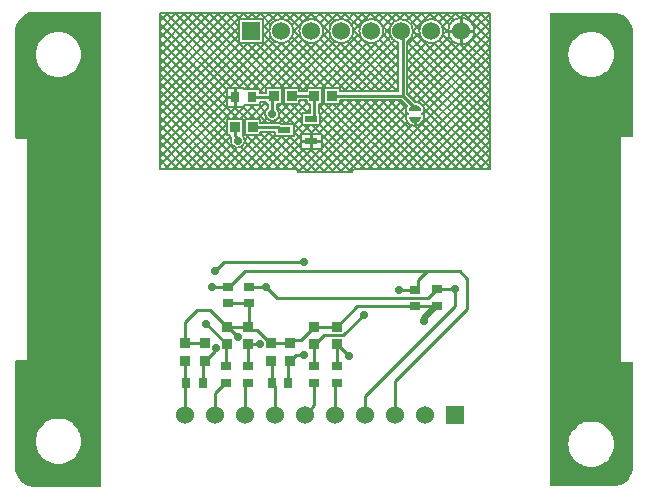
<source format=gbl>
G04*
G04 #@! TF.GenerationSoftware,Altium Limited,Altium Designer,20.2.6 (244)*
G04*
G04 Layer_Physical_Order=2*
G04 Layer_Color=16711680*
%FSLAX25Y25*%
%MOIN*%
G70*
G04*
G04 #@! TF.SameCoordinates,AC53DD8C-A68E-409E-BB1C-E70DDFC25F91*
G04*
G04*
G04 #@! TF.FilePolarity,Positive*
G04*
G01*
G75*
%ADD10C,0.01000*%
%ADD15R,0.03543X0.03150*%
%ADD21C,0.00800*%
%ADD22C,0.02000*%
%ADD23C,0.06000*%
%ADD24R,0.06000X0.06000*%
%ADD25C,0.02800*%
%ADD26R,0.04213X0.02095*%
%ADD27R,0.03175X0.03402*%
%ADD28C,0.01000*%
%ADD29R,0.03150X0.03543*%
%ADD30R,0.03402X0.03175*%
G36*
X464133Y361195D02*
X464696Y360633D01*
X465000Y359898D01*
Y359500D01*
X461000D01*
Y359898D01*
X461305Y360633D01*
X461867Y361195D01*
X462602Y361500D01*
X463398D01*
X464133Y361195D01*
D02*
G37*
G36*
X465000Y357102D02*
X464696Y356367D01*
X464133Y355804D01*
X463398Y355500D01*
X462602D01*
X461867Y355804D01*
X461305Y356367D01*
X461000Y357102D01*
Y357500D01*
X465000D01*
Y357102D01*
D02*
G37*
G36*
X531350Y391769D02*
X532442Y391317D01*
X533425Y390661D01*
X534261Y389825D01*
X534917Y388842D01*
X535369Y387750D01*
X535600Y386591D01*
Y386000D01*
Y350700D01*
X531600D01*
Y275800D01*
X535600D01*
Y240500D01*
Y239909D01*
X535369Y238750D01*
X534917Y237658D01*
X534261Y236675D01*
X533425Y235840D01*
X532442Y235183D01*
X531350Y234731D01*
X530191Y234500D01*
X508000D01*
X508000Y392000D01*
X530191D01*
X531350Y391769D01*
D02*
G37*
G36*
X358284Y392425D02*
X358425Y392284D01*
X358502Y392100D01*
Y392000D01*
Y234500D01*
Y234400D01*
X358425Y234216D01*
X358284Y234075D01*
X358100Y233998D01*
X335760D01*
X334504Y234248D01*
X333320Y234738D01*
X332256Y235450D01*
X331350Y236355D01*
X330638Y237420D01*
X330148Y238604D01*
X329899Y239860D01*
Y240500D01*
Y275800D01*
Y275900D01*
X329975Y276084D01*
X330116Y276225D01*
X330300Y276302D01*
X333898D01*
Y350199D01*
X330300D01*
X330116Y350275D01*
X329975Y350416D01*
X329899Y350600D01*
Y350700D01*
Y386000D01*
Y386640D01*
X330148Y387896D01*
X330638Y389080D01*
X331350Y390144D01*
X332256Y391050D01*
X333320Y391761D01*
X334504Y392252D01*
X335760Y392501D01*
X358100D01*
X358284Y392425D01*
D02*
G37*
%LPC*%
G36*
X522480Y385749D02*
X521120D01*
X521059Y385724D01*
X520994Y385737D01*
X519661Y385472D01*
X519605Y385435D01*
X519539D01*
X518283Y384915D01*
X518236Y384868D01*
X518171Y384855D01*
X517041Y384100D01*
X517004Y384044D01*
X516942Y384019D01*
X515981Y383058D01*
X515956Y382996D01*
X515900Y382959D01*
X515145Y381829D01*
X515132Y381764D01*
X515085Y381717D01*
X514565Y380461D01*
Y380395D01*
X514528Y380339D01*
X514263Y379006D01*
X514276Y378941D01*
X514251Y378880D01*
Y378200D01*
Y377520D01*
X514276Y377459D01*
X514263Y377394D01*
X514528Y376061D01*
X514565Y376005D01*
Y375939D01*
X515085Y374683D01*
X515132Y374636D01*
X515145Y374571D01*
X515900Y373441D01*
X515956Y373404D01*
X515981Y373342D01*
X516942Y372381D01*
X517004Y372356D01*
X517041Y372300D01*
X518171Y371545D01*
X518236Y371532D01*
X518283Y371485D01*
X519539Y370965D01*
X519605D01*
X519661Y370928D01*
X520994Y370663D01*
X521059Y370676D01*
X521120Y370651D01*
X522480D01*
X522541Y370676D01*
X522606Y370663D01*
X523939Y370928D01*
X523995Y370965D01*
X524061D01*
X525317Y371485D01*
X525364Y371532D01*
X525429Y371545D01*
X526559Y372300D01*
X526596Y372356D01*
X526658Y372381D01*
X527619Y373342D01*
X527644Y373404D01*
X527700Y373441D01*
X528455Y374571D01*
X528468Y374636D01*
X528515Y374683D01*
X529035Y375939D01*
Y376005D01*
X529072Y376061D01*
X529337Y377394D01*
X529324Y377459D01*
X529349Y377520D01*
Y378200D01*
Y378880D01*
X529324Y378941D01*
X529337Y379006D01*
X529072Y380339D01*
X529035Y380395D01*
Y380461D01*
X528515Y381717D01*
X528468Y381764D01*
X528455Y381829D01*
X527700Y382959D01*
X527644Y382996D01*
X527619Y383058D01*
X526658Y384019D01*
X526596Y384044D01*
X526559Y384100D01*
X525429Y384855D01*
X525364Y384868D01*
X525317Y384915D01*
X524061Y385435D01*
X523995D01*
X523939Y385472D01*
X522606Y385737D01*
X522541Y385724D01*
X522480Y385749D01*
D02*
G37*
G36*
Y255849D02*
X521120D01*
X521059Y255824D01*
X520994Y255837D01*
X519661Y255572D01*
X519605Y255535D01*
X519539D01*
X518283Y255015D01*
X518236Y254968D01*
X518171Y254955D01*
X517041Y254200D01*
X517004Y254144D01*
X516942Y254119D01*
X515981Y253158D01*
X515956Y253096D01*
X515900Y253059D01*
X515145Y251929D01*
X515132Y251864D01*
X515085Y251817D01*
X514565Y250561D01*
Y250495D01*
X514528Y250439D01*
X514263Y249106D01*
X514276Y249041D01*
X514251Y248980D01*
Y248300D01*
Y247620D01*
X514276Y247559D01*
X514263Y247494D01*
X514528Y246161D01*
X514565Y246105D01*
Y246039D01*
X515085Y244783D01*
X515132Y244736D01*
X515145Y244671D01*
X515900Y243541D01*
X515956Y243504D01*
X515981Y243442D01*
X516942Y242481D01*
X517004Y242456D01*
X517041Y242400D01*
X518171Y241645D01*
X518236Y241632D01*
X518283Y241585D01*
X519539Y241065D01*
X519605D01*
X519661Y241028D01*
X520994Y240763D01*
X521059Y240776D01*
X521120Y240751D01*
X522480D01*
X522541Y240776D01*
X522606Y240763D01*
X523939Y241028D01*
X523995Y241065D01*
X524061D01*
X525317Y241585D01*
X525364Y241632D01*
X525429Y241645D01*
X526559Y242400D01*
X526596Y242456D01*
X526658Y242481D01*
X527619Y243442D01*
X527644Y243504D01*
X527700Y243541D01*
X528455Y244671D01*
X528468Y244736D01*
X528515Y244783D01*
X529035Y246039D01*
Y246105D01*
X529072Y246161D01*
X529337Y247494D01*
X529324Y247559D01*
X529349Y247620D01*
Y248300D01*
Y248980D01*
X529324Y249041D01*
X529337Y249106D01*
X529072Y250439D01*
X529035Y250495D01*
Y250561D01*
X528515Y251817D01*
X528468Y251864D01*
X528455Y251929D01*
X527700Y253059D01*
X527644Y253096D01*
X527619Y253158D01*
X526658Y254119D01*
X526596Y254144D01*
X526559Y254200D01*
X525429Y254955D01*
X525364Y254968D01*
X525317Y255015D01*
X524061Y255535D01*
X523995D01*
X523939Y255572D01*
X522606Y255837D01*
X522541Y255824D01*
X522480Y255849D01*
D02*
G37*
G36*
X344880Y385749D02*
X343520D01*
X343459Y385724D01*
X343394Y385737D01*
X342061Y385472D01*
X342005Y385435D01*
X341939D01*
X340683Y384915D01*
X340636Y384868D01*
X340571Y384855D01*
X339441Y384100D01*
X339404Y384044D01*
X339342Y384019D01*
X338381Y383058D01*
X338356Y382996D01*
X338300Y382959D01*
X337545Y381829D01*
X337532Y381764D01*
X337485Y381717D01*
X336965Y380461D01*
Y380395D01*
X336928Y380339D01*
X336663Y379006D01*
X336676Y378941D01*
X336651Y378880D01*
Y378200D01*
Y377520D01*
X336676Y377459D01*
X336663Y377394D01*
X336928Y376061D01*
X336965Y376005D01*
Y375939D01*
X337485Y374683D01*
X337532Y374636D01*
X337545Y374571D01*
X338300Y373441D01*
X338356Y373404D01*
X338381Y373342D01*
X339342Y372381D01*
X339404Y372356D01*
X339441Y372300D01*
X340571Y371545D01*
X340636Y371532D01*
X340683Y371485D01*
X341939Y370965D01*
X342005D01*
X342061Y370928D01*
X343394Y370663D01*
X343459Y370676D01*
X343520Y370651D01*
X344880D01*
X344941Y370676D01*
X345006Y370663D01*
X346339Y370928D01*
X346395Y370965D01*
X346461D01*
X347717Y371485D01*
X347764Y371532D01*
X347829Y371545D01*
X348959Y372300D01*
X348996Y372356D01*
X349058Y372381D01*
X350019Y373342D01*
X350044Y373404D01*
X350100Y373441D01*
X350855Y374571D01*
X350868Y374636D01*
X350915Y374683D01*
X351435Y375939D01*
Y376005D01*
X351472Y376061D01*
X351737Y377394D01*
X351724Y377459D01*
X351749Y377520D01*
Y378200D01*
Y378880D01*
X351724Y378941D01*
X351737Y379006D01*
X351472Y380339D01*
X351435Y380395D01*
Y380461D01*
X350915Y381717D01*
X350868Y381764D01*
X350855Y381829D01*
X350100Y382959D01*
X350044Y382996D01*
X350019Y383058D01*
X349058Y384019D01*
X348996Y384044D01*
X348959Y384100D01*
X347829Y384855D01*
X347764Y384868D01*
X347717Y384915D01*
X346461Y385435D01*
X346395D01*
X346339Y385472D01*
X345006Y385737D01*
X344941Y385724D01*
X344880Y385749D01*
D02*
G37*
G36*
Y256849D02*
X343520D01*
X343459Y256824D01*
X343394Y256837D01*
X342061Y256572D01*
X342005Y256535D01*
X341939D01*
X340683Y256015D01*
X340636Y255968D01*
X340571Y255955D01*
X339441Y255200D01*
X339404Y255144D01*
X339342Y255119D01*
X338381Y254158D01*
X338356Y254096D01*
X338300Y254059D01*
X337545Y252929D01*
X337532Y252864D01*
X337485Y252817D01*
X336965Y251561D01*
Y251495D01*
X336928Y251439D01*
X336663Y250106D01*
X336676Y250041D01*
X336651Y249980D01*
Y249300D01*
Y248620D01*
X336676Y248559D01*
X336663Y248494D01*
X336928Y247161D01*
X336965Y247105D01*
Y247039D01*
X337485Y245783D01*
X337532Y245736D01*
X337545Y245671D01*
X338300Y244541D01*
X338356Y244504D01*
X338381Y244442D01*
X339342Y243481D01*
X339404Y243456D01*
X339441Y243400D01*
X340571Y242645D01*
X340636Y242632D01*
X340683Y242585D01*
X341939Y242065D01*
X342005D01*
X342061Y242028D01*
X343394Y241763D01*
X343459Y241776D01*
X343520Y241751D01*
X344880D01*
X344941Y241776D01*
X345006Y241763D01*
X346339Y242028D01*
X346395Y242065D01*
X346461D01*
X347717Y242585D01*
X347764Y242632D01*
X347829Y242645D01*
X348959Y243400D01*
X348996Y243456D01*
X349058Y243481D01*
X350019Y244442D01*
X350044Y244504D01*
X350100Y244541D01*
X350855Y245671D01*
X350868Y245736D01*
X350915Y245783D01*
X351435Y247039D01*
Y247105D01*
X351472Y247161D01*
X351737Y248494D01*
X351724Y248559D01*
X351749Y248620D01*
Y249300D01*
Y249980D01*
X351724Y250041D01*
X351737Y250106D01*
X351472Y251439D01*
X351435Y251495D01*
Y251561D01*
X350915Y252817D01*
X350868Y252864D01*
X350855Y252929D01*
X350100Y254059D01*
X350044Y254096D01*
X350019Y254158D01*
X349058Y255119D01*
X348996Y255144D01*
X348959Y255200D01*
X347829Y255955D01*
X347764Y255968D01*
X347717Y256015D01*
X346461Y256535D01*
X346395D01*
X346339Y256572D01*
X345006Y256837D01*
X344941Y256824D01*
X344880Y256849D01*
D02*
G37*
%LPD*%
D10*
X478500Y386000D02*
Y390000D01*
Y382000D02*
Y386000D01*
X474500D02*
X478500D01*
X482500D01*
X463000Y355000D02*
Y356500D01*
X428468Y349260D02*
X431574D01*
X428468D02*
Y351307D01*
Y347213D02*
Y349260D01*
X403244Y364000D02*
Y366772D01*
X400670Y364000D02*
X403244D01*
Y361228D02*
Y364000D01*
X425362Y349260D02*
X428468D01*
X399500Y309000D02*
X426000D01*
X396500Y306000D02*
X399500Y309000D01*
X413256Y300756D02*
X417011Y297000D01*
X467292D01*
X470303Y300011D02*
X470500D01*
X467292Y297000D02*
X470303Y300011D01*
X401113Y300756D02*
X406357Y306000D01*
X467000D01*
X400916Y300756D02*
X401113D01*
X463000Y294245D02*
X470048D01*
X456407Y269408D02*
X480500Y293500D01*
Y303500D01*
X456407Y258000D02*
Y269408D01*
X400613Y287466D02*
X407500D01*
X404000Y283996D02*
Y284079D01*
X400613Y287466D02*
X404000Y284079D01*
X400500Y287466D02*
X400613D01*
X443779Y294245D02*
X463000D01*
X386500Y281965D02*
Y289000D01*
X390500Y293000D02*
X394852D01*
X386500Y289000D02*
X390500Y293000D01*
X394852D02*
X400387Y287466D01*
X393500Y288421D02*
Y288500D01*
Y288421D02*
X400387Y281535D01*
Y287466D02*
X400500D01*
X400387Y281535D02*
X400500D01*
X439061Y284561D02*
X446000Y291500D01*
X432640Y284561D02*
X439061D01*
X395255Y300756D02*
X400916D01*
X429500Y274255D02*
Y281535D01*
X429613D01*
X432640Y284561D01*
X476489Y294479D02*
Y300011D01*
X446407Y264398D02*
X476489Y294479D01*
X446407Y258000D02*
Y264398D01*
X437113Y281535D02*
X441000Y277648D01*
X437000Y281535D02*
X437113D01*
X437000Y287466D02*
X443779Y294245D01*
X429500Y287466D02*
X437000D01*
X407500Y281535D02*
X411299D01*
Y281400D02*
Y281535D01*
X423465Y278000D02*
X426000D01*
X421500Y276034D02*
X423465Y278000D01*
X420888Y275423D02*
X421500Y276034D01*
X441000Y277535D02*
Y277648D01*
X437000Y274255D02*
Y281535D01*
X396356Y280173D02*
X396701Y280517D01*
X396356Y279278D02*
Y280173D01*
X393113Y276034D02*
X396356Y279278D01*
X393000Y276034D02*
X393113D01*
X467000Y306000D02*
X478000D01*
X463989Y300745D02*
Y302989D01*
X467000Y306000D01*
X463000Y299756D02*
X463989Y300745D01*
X478000Y306000D02*
X480500Y303500D01*
X470500Y300011D02*
X476489D01*
X457745Y299756D02*
X463000D01*
X407895Y300756D02*
X413256D01*
X470245Y294245D02*
X470500Y294500D01*
X421500Y281965D02*
X422588Y283053D01*
X424974D01*
X429387Y287466D01*
X429500D01*
X414887Y281965D02*
X415000D01*
X410474Y286378D02*
X414887Y281965D01*
X408588Y286378D02*
X410474D01*
X407500Y287466D02*
X408588Y286378D01*
X415000Y281965D02*
X421500D01*
X407895Y287860D02*
Y295245D01*
X407500Y287466D02*
X407895Y287860D01*
X400916Y295245D02*
X407895D01*
X386500Y281965D02*
X393000D01*
X386500Y269194D02*
X386877Y268817D01*
X386500Y269194D02*
Y276034D01*
X392388Y268817D02*
Y275423D01*
X393000Y276034D01*
X400000Y274255D02*
Y281034D01*
X400500Y281535D01*
X407500Y274255D02*
Y281535D01*
X415377Y268817D02*
Y275657D01*
X415000Y276034D02*
X415377Y275657D01*
X420888Y268817D02*
Y275423D01*
X436407Y258000D02*
Y268152D01*
X437000Y268744D01*
X426407Y258000D02*
Y258179D01*
X429500Y261271D01*
Y268744D01*
X416407Y258000D02*
Y267787D01*
X415377Y268817D02*
X416407Y267787D01*
X406407Y258000D02*
Y267670D01*
X407482Y268744D01*
X407500D01*
X396408Y258000D02*
Y265349D01*
X399803Y268744D01*
X400000D01*
X386407Y258000D02*
Y268347D01*
X386877Y268817D01*
X458500Y386000D02*
X459084Y385416D01*
Y364416D02*
Y385416D01*
X435465Y364416D02*
X459084D01*
X463000Y360500D01*
X429534Y357287D02*
Y364416D01*
X428987Y356740D02*
X429534Y357287D01*
X428468Y356740D02*
X428987D01*
X421966Y364416D02*
X429534D01*
X415500Y363881D02*
X415619Y364000D01*
X408755D02*
X415619D01*
X416035Y364416D01*
X415500Y358500D02*
Y363881D01*
X408965Y354000D02*
X417472D01*
X418472Y353000D01*
X419531D01*
X403034Y350917D02*
Y354000D01*
Y350917D02*
X404000Y349952D01*
Y349500D02*
Y349952D01*
D15*
X407895Y295245D02*
D03*
Y300756D02*
D03*
X400916D02*
D03*
Y295245D02*
D03*
X463000Y299756D02*
D03*
Y294245D02*
D03*
X470500Y294500D02*
D03*
Y300011D02*
D03*
X437000Y268744D02*
D03*
Y274255D02*
D03*
X429500Y268744D02*
D03*
Y274255D02*
D03*
X407500Y268744D02*
D03*
Y274255D02*
D03*
X400000Y268744D02*
D03*
Y274255D02*
D03*
D21*
X482900Y386000D02*
G03*
X482900Y386000I-4400J0D01*
G01*
X472500D02*
G03*
X472500Y386000I-4000J0D01*
G01*
X462500D02*
G03*
X457584Y382106I-4000J0D01*
G01*
X460584Y382586D02*
G03*
X462500Y386000I-2084J3414D01*
G01*
X452500D02*
G03*
X452500Y386000I-4000J0D01*
G01*
X442500D02*
G03*
X442500Y386000I-4000J0D01*
G01*
D02*
G03*
X442500Y386000I-4000J0D01*
G01*
X432500D02*
G03*
X432500Y386000I-4000J0D01*
G01*
X422500D02*
G03*
X422500Y386000I-4000J0D01*
G01*
X417900Y358500D02*
G03*
X417000Y360373I-2400J0D01*
G01*
X418532Y355061D02*
G03*
X417472Y355500I-1060J-1061D01*
G01*
X414000Y360373D02*
G03*
X417900Y358500I1500J-1874D01*
G01*
X418533Y355061D02*
G03*
X417472Y355500I-1061J-1061D01*
G01*
X406400Y349500D02*
G03*
X405588Y351299I-2400J0D01*
G01*
X401709Y350215D02*
G03*
X406400Y349500I2291J-715D01*
G01*
X401535Y350917D02*
G03*
X401709Y350215I1500J0D01*
G01*
X401535Y350917D02*
G03*
X401709Y350215I1500J0D01*
G01*
X482002Y388664D02*
X485338Y392000D01*
X480453Y389943D02*
X482510Y392000D01*
X487641D02*
X488000Y391641D01*
X484812Y392000D02*
X488000Y388812D01*
X473499Y392000D02*
X475928Y389570D01*
X472249Y387396D02*
X476853Y392000D01*
X478059Y390378D02*
X479681Y392000D01*
X476327D02*
X477960Y390367D01*
X481984Y392000D02*
X488000Y385984D01*
X479156Y392000D02*
X488000Y383156D01*
X482847Y386681D02*
X488000Y391833D01*
X472102Y387740D02*
X474108Y385734D01*
X472226Y384544D02*
X474122Y386441D01*
X467842Y392000D02*
X470240Y389602D01*
X465014Y392000D02*
X467223Y389791D01*
X471081Y389056D02*
X474024Y392000D01*
X469144Y389948D02*
X471196Y392000D01*
X457825Y389943D02*
X459882Y392000D01*
X456528D02*
X458528Y390000D01*
X462185Y392000D02*
X465519Y388667D01*
X460289Y389578D02*
X462711Y392000D01*
X470670D02*
X474611Y388059D01*
X462498Y386130D02*
X468368Y392000D01*
X462308Y363313D02*
X488000Y389005D01*
X461800Y388261D02*
X465539Y392000D01*
X459357D02*
X464577Y386780D01*
X482867Y385460D02*
X488000Y380327D01*
X472291Y384723D02*
X488000Y369014D01*
X482070Y383428D02*
X488000Y377499D01*
X480559Y382111D02*
X488000Y374670D01*
X478234Y381608D02*
X488000Y371842D01*
X471167Y383018D02*
X488000Y366185D01*
X464126Y362302D02*
X488000Y386177D01*
X469280Y382077D02*
X488000Y363357D01*
X460894Y364727D02*
X477819Y381653D01*
X463788Y362442D02*
X464523Y362138D01*
X463475Y362504D02*
X463788Y362442D01*
X464523Y362138D02*
X464854Y361916D01*
X460584Y367246D02*
X475836Y382498D01*
X460584Y370074D02*
X474557Y384047D01*
X460584Y375731D02*
X467104Y382251D01*
X460584Y372903D02*
X469955Y382274D01*
X460584Y381388D02*
X464552Y385356D01*
X460584Y378560D02*
X465444Y383419D01*
X460584Y365317D02*
X463381Y362520D01*
X460584Y365037D02*
Y382586D01*
Y365037D02*
X463102Y362520D01*
X438053Y362916D02*
X458463D01*
X457584Y365916D02*
Y382106D01*
X445112Y365916D02*
X457584Y378388D01*
X447940Y365916D02*
X457584Y375560D01*
X451188Y388962D02*
X454225Y392000D01*
X449313Y389916D02*
X451397Y392000D01*
X453700D02*
X456336Y389364D01*
X450871Y392000D02*
X454977Y387894D01*
X442386Y392000D02*
X445615Y388771D01*
X441880Y388140D02*
X445740Y392000D01*
X448043D02*
X450706Y389336D01*
X445215Y392000D02*
X447376Y389839D01*
X452301Y387247D02*
X457054Y392000D01*
X452062Y384179D02*
X454557Y386675D01*
X452339Y384876D02*
X457584Y379630D01*
X442493Y386236D02*
X457584Y371145D01*
X442499Y385931D02*
X448569Y392000D01*
X451836Y388207D02*
X454530Y385513D01*
X436729Y392000D02*
X438736Y389993D01*
X433901Y392000D02*
X436460Y389441D01*
X440420Y389509D02*
X442912Y392000D01*
X438059Y389976D02*
X440083Y392000D01*
X429477Y389879D02*
X431598Y392000D01*
X429477Y389879D02*
X431598Y392000D01*
X431291Y388865D02*
X434426Y392000D01*
X431072D02*
X435049Y388023D01*
X439558Y392000D02*
X444613Y386945D01*
X432382Y385034D02*
X451500Y365916D01*
X432348Y387093D02*
X437255Y392000D01*
X428244D02*
X434509Y385735D01*
X431746Y383663D02*
X434524Y386441D01*
X451271Y383115D02*
X457584Y376802D01*
X441941Y383960D02*
X457584Y368317D01*
X453597Y365916D02*
X457584Y369903D01*
X449444Y382113D02*
X457584Y373973D01*
X437827Y367117D02*
X454922Y384211D01*
X434999Y367117D02*
X450321Y382438D01*
X456426Y365916D02*
X457584Y367074D01*
X442283Y365916D02*
X457584Y381217D01*
X440523Y382549D02*
X457157Y365916D01*
X439455D02*
X456239Y382700D01*
X450769Y365916D02*
X457584Y372731D01*
X438053Y365916D02*
X457584D01*
X438235Y382009D02*
X454328Y365916D01*
X438053D02*
Y367117D01*
Y361715D02*
Y362916D01*
X431372Y383215D02*
X448671Y365916D01*
X429342Y367117D02*
X445538Y383312D01*
X432122Y367068D02*
X447253Y382199D01*
X429603Y382155D02*
X445843Y365916D01*
X432878Y367117D02*
X438053D01*
X426947D02*
X432122D01*
Y365494D02*
X432878Y364739D01*
Y361715D02*
Y367117D01*
X432122Y364240D02*
X432878Y364996D01*
Y361715D02*
X438053D01*
X432122Y362666D02*
X432878Y361910D01*
X426947Y362184D02*
X427416Y361715D01*
X426947D02*
Y362916D01*
X431035Y361715D02*
X432122D01*
X465649Y360997D02*
X488000Y383348D01*
X462500Y386028D02*
X488000Y360528D01*
X466020Y359500D02*
Y359898D01*
X465942Y359110D02*
X466020Y359500D01*
X465416Y361354D02*
X465637Y361023D01*
X464854Y361916D02*
X465416Y361354D01*
X465942Y360288D02*
X466004Y359975D01*
X465637Y361023D02*
X465942Y360288D01*
X488000Y340020D02*
Y392000D01*
X461864Y383836D02*
X488000Y357700D01*
X467299Y340020D02*
X488000Y360721D01*
X465709Y358229D02*
X488000Y380520D01*
X464470Y340020D02*
X488000Y363549D01*
X461642Y340020D02*
X488000Y366378D01*
X466020Y359881D02*
X485881Y340020D01*
X460584Y370973D02*
X488000Y343558D01*
X455985Y340020D02*
X488000Y372034D01*
X460584Y368145D02*
X488000Y340729D01*
X458814Y340020D02*
X488000Y369206D01*
X460584Y379459D02*
X488000Y352043D01*
X460584Y382287D02*
X488000Y354871D01*
X460584Y373802D02*
X488000Y346386D01*
X460584Y376630D02*
X488000Y349214D01*
X453157Y340020D02*
X488000Y374863D01*
X450328Y340020D02*
X488000Y377691D01*
X451671Y362916D02*
X474568Y340020D01*
X448843Y362916D02*
X471739Y340020D01*
X443186Y362916D02*
X466082Y340020D01*
X440357Y362916D02*
X463254Y340020D01*
X446014Y362916D02*
X468911Y340020D01*
X466020Y357102D02*
Y357500D01*
X465942Y357890D02*
X466020Y357500D01*
X481441Y340020D02*
X488000Y346579D01*
X465942Y356712D02*
X466004Y357025D01*
X465721Y358221D02*
X465942Y357890D01*
X465721Y358779D02*
X465942Y359110D01*
X465637Y355977D02*
X465942Y356712D01*
X465416Y355646D02*
X465637Y355977D01*
X478613Y340020D02*
X488000Y349407D01*
X470127Y340020D02*
X488000Y357892D01*
X487098Y340020D02*
X488000Y340922D01*
X484270Y340020D02*
X488000Y343750D01*
X472956Y340020D02*
X488000Y355064D01*
X466011Y357061D02*
X483053Y340020D01*
X475784D02*
X488000Y352235D01*
X465390Y358442D02*
X465721Y358221D01*
X465390Y358558D02*
X465721Y358779D01*
X464854Y355083D02*
X465416Y355646D01*
X464523Y354862D02*
X464854Y355083D01*
X463788Y354558D02*
X464523Y354862D01*
X461477D02*
X462212Y354558D01*
X465007Y355237D02*
X480224Y340020D01*
X463398Y354480D02*
X463788Y354558D01*
X462935Y354480D02*
X477396Y340020D01*
X443000D02*
X488000D01*
X462212Y354558D02*
X462602Y354480D01*
X447500Y340020D02*
X462089Y354609D01*
X462602Y354480D02*
X463398D01*
X460058Y360288D02*
X460360Y361018D01*
X458463Y362916D02*
X460360Y361018D01*
X460279Y358779D02*
X460610Y358558D01*
X460058Y359110D02*
X460279Y358779D01*
X459980Y359898D02*
X460058Y360288D01*
X457328Y362916D02*
X460041Y360203D01*
X459980Y359500D02*
X460058Y359110D01*
X459980Y359500D02*
Y359898D01*
X454500Y362916D02*
X459980Y357435D01*
X435167Y339000D02*
X458773Y362606D01*
X438053Y362392D02*
X460425Y340020D01*
X437995Y339000D02*
X460187Y361192D01*
X435901Y361715D02*
X457597Y340020D01*
X432338Y339000D02*
X456254Y362916D01*
X433073Y361715D02*
X454769Y340020D01*
X432122Y361715D02*
Y367117D01*
X431035Y360324D02*
X432878Y362167D01*
X431574Y358035D02*
X435254Y361715D01*
X431035Y358787D02*
X431574D01*
X428034D02*
Y361715D01*
X427416D02*
X428034Y361097D01*
X431035Y358787D02*
Y361715D01*
X431974Y347121D02*
X447769Y362916D01*
X429510Y339000D02*
X453426Y362916D01*
X431974Y349950D02*
X444940Y362916D01*
X431035Y360925D02*
X451940Y340020D01*
X431574Y355207D02*
X439284Y362916D01*
X430903Y351707D02*
X442112Y362916D01*
X431574Y354693D02*
Y358787D01*
X460279Y358221D02*
X460610Y358442D01*
X460058Y356712D02*
X460362Y355977D01*
X460583Y355646D02*
X461146Y355083D01*
X460362Y355977D02*
X460583Y355646D01*
X460058Y357890D02*
X460279Y358221D01*
X459980Y357500D02*
X460058Y357890D01*
X459980Y357102D02*
X460058Y356712D01*
X459980Y357102D02*
Y357500D01*
X444671Y340020D02*
X460469Y355817D01*
X440823Y339000D02*
X460473Y358649D01*
X461146Y355083D02*
X461477Y354862D01*
X442610Y339942D02*
X443000Y340020D01*
X442279Y339721D02*
X442610Y339942D01*
X442058Y339390D02*
X442279Y339721D01*
X441980Y339000D02*
X442058Y339390D01*
X431061Y354693D02*
X431574Y355207D01*
X428781Y354693D02*
X431767Y351707D01*
X431665Y346813D02*
X431974Y347121D01*
X428075Y351707D02*
X431061Y354693D01*
X431574Y354729D02*
X446283Y340020D01*
X431574Y357557D02*
X449112Y340020D01*
X431974Y348672D02*
X441646Y339000D01*
X431974Y351500D02*
X443455Y340020D01*
X431974Y346813D02*
Y351707D01*
X428177Y346813D02*
X435989Y339000D01*
X431005Y346813D02*
X438818Y339000D01*
X422587Y392000D02*
X425715Y388872D01*
X421956Y388015D02*
X425941Y392000D01*
X425416D02*
X427534Y389882D01*
X422490Y385721D02*
X428769Y392000D01*
X420548Y389436D02*
X423113Y392000D01*
X418278Y389994D02*
X420284Y392000D01*
X422474Y386456D02*
X425221Y383710D01*
X419759Y392000D02*
X424655Y387104D01*
X425313Y365916D02*
X444584Y385187D01*
X422014Y384088D02*
X440186Y365916D01*
X426210Y382721D02*
X443014Y365916D01*
X420857Y367117D02*
X436360Y382620D01*
X418028Y367117D02*
X434991Y384080D01*
X420648Y382626D02*
X436157Y367117D01*
X416930Y392000D02*
X418956Y389974D01*
X378000Y392000D02*
X488000D01*
X415200Y367117D02*
X430837Y382754D01*
X414102Y392000D02*
X416588Y389514D01*
X412500Y387044D02*
X417456Y392000D01*
X403941Y367172D02*
X418779Y382010D01*
X401113Y367172D02*
X416486Y382544D01*
X412500Y385117D02*
X430500Y367117D01*
X409198Y366772D02*
X425635Y383209D01*
X412500Y382288D02*
X427671Y367117D01*
X411330Y366075D02*
X427407Y382152D01*
X406370Y366772D02*
X424621Y385023D01*
X394303Y392000D02*
X419378Y366925D01*
X406370Y366772D02*
X424621Y385023D01*
X426947Y365916D02*
Y367117D01*
X423685D02*
X438569Y382001D01*
X426215Y362916D02*
X426947Y362184D01*
X424553Y365916D02*
X426947D01*
X424553D02*
Y367117D01*
X419378D02*
X424553D01*
Y362916D02*
X426947D01*
X424553Y362328D02*
X425141Y362916D01*
X426947Y361715D02*
X428034D01*
X424553Y361750D02*
X427515Y358787D01*
X426670D02*
X428034Y360152D01*
X425362Y358787D02*
X428034D01*
X424553Y361715D02*
Y362916D01*
X419378Y361715D02*
Y367117D01*
Y361715D02*
X424553D01*
X418445Y382000D02*
X433328Y367117D01*
X409960Y382000D02*
X426044Y365916D01*
X418622Y362053D02*
X419378Y362809D01*
X407131Y382000D02*
X422015Y367117D01*
X418622Y364882D02*
X419378Y365638D01*
X413447Y367117D02*
X418622D01*
Y364852D02*
X419378Y364096D01*
X418622Y361715D02*
Y367117D01*
X418284Y361715D02*
X418622Y362053D01*
X417900Y358503D02*
X421112Y361715D01*
X417000D02*
X418622D01*
X417000Y360373D02*
Y361715D01*
Y360431D02*
X418284Y361715D01*
X412500Y389873D02*
X414627Y392000D01*
X411273D02*
X415126Y388148D01*
X409799Y390000D02*
X411799Y392000D01*
X404500Y390000D02*
X412500D01*
X405617Y392000D02*
X407617Y390000D01*
X402788Y392000D02*
X404788Y390000D01*
X408445Y392000D02*
X410445Y390000D01*
X406971D02*
X408970Y392000D01*
X391474D02*
X416358Y367117D01*
X388646Y392000D02*
X413529Y367117D01*
X412500Y382000D02*
Y390000D01*
X385818Y392000D02*
X411046Y366772D01*
X399960Y392000D02*
X404500Y387460D01*
X397131Y392000D02*
X404500Y384631D01*
Y382000D02*
Y390000D01*
X378000Y378000D02*
X392000Y392000D01*
X378000Y380828D02*
X389172Y392000D01*
X378000Y372343D02*
X397657Y392000D01*
X378000Y375172D02*
X394828Y392000D01*
X378000Y386485D02*
X383515Y392000D01*
X378000Y389314D02*
X380686Y392000D01*
X378000Y383657D02*
X386343Y392000D01*
X380161D02*
X404989Y367172D01*
X378000Y366686D02*
X403314Y392000D01*
X382989D02*
X408217Y366772D01*
X378000Y363858D02*
X406142Y392000D01*
X378000Y391332D02*
X402161Y367172D01*
X378000Y369515D02*
X400485Y392000D01*
X378000Y388504D02*
X400270Y366234D01*
X412500Y384216D02*
X414506Y386222D01*
X412500Y387945D02*
X414500Y385945D01*
X411330Y362500D02*
X413447D01*
X411330Y365500D02*
X413447D01*
Y367117D01*
X411330Y365500D02*
Y366772D01*
Y366487D02*
X412318Y365500D01*
X411046Y366772D02*
X411330Y366487D01*
X413447Y361715D02*
Y362500D01*
X412489D02*
X414000Y360989D01*
Y360373D02*
Y361715D01*
X413447D02*
X414000D01*
X411330Y361228D02*
Y362500D01*
X410932Y361228D02*
X413154Y359007D01*
X406219Y360828D02*
Y361228D01*
Y366772D02*
Y367172D01*
X404500Y382000D02*
X412500D01*
X406219Y366772D02*
X411330D01*
X400270Y367172D02*
X406219D01*
X378000Y385675D02*
X400270Y363406D01*
X406219Y361228D02*
X411330D01*
X378000Y358201D02*
X404500Y384701D01*
X406219Y360964D02*
X406483Y361228D01*
X400270Y360828D02*
X406219D01*
X400270D02*
Y367172D01*
X378000Y361030D02*
X404500Y387529D01*
X420101Y355047D02*
X426947Y361893D01*
X418622Y362024D02*
X425362Y355284D01*
X422637Y354755D02*
X425362Y357479D01*
X421759Y361715D02*
X425362Y358113D01*
X417707Y355482D02*
X423941Y361715D01*
X417618Y357371D02*
X419942Y355047D01*
X418546D02*
X422637D01*
X426681Y339000D02*
X450597Y362916D01*
X425362Y354693D02*
X431574D01*
X425953D02*
X428939Y351707D01*
X425246D02*
X428232Y354693D01*
X425362D02*
Y358787D01*
X422637Y350953D02*
Y355047D01*
Y351927D02*
X425404Y354693D01*
X416007Y356154D02*
X416661Y355500D01*
X414897D02*
X415497Y356100D01*
X411553Y355500D02*
X417472D01*
X408104Y361228D02*
X413832Y355500D01*
X407613Y356701D02*
X413412Y362500D01*
X412069Y355500D02*
X413601Y357032D01*
X410441Y356701D02*
X413398Y359657D01*
X417000Y360818D02*
X426111Y351707D01*
X414004Y352500D02*
X427504Y339000D01*
X411553Y352500D02*
X416425D01*
Y350953D02*
Y352500D01*
X378000Y346887D02*
X415064Y383952D01*
X402245Y340020D02*
X414725Y352500D01*
X424962Y351707D02*
X431974D01*
X424962Y346813D02*
X431974D01*
X422044Y340020D02*
X428837Y346813D01*
X424962D02*
Y351707D01*
X422637Y352352D02*
X424962Y350027D01*
Y347199D02*
X425348Y346813D01*
X424962Y351423D02*
X425246Y351707D01*
X425348Y346813D02*
X433161Y339000D01*
X423992Y339139D02*
X431665Y346813D01*
X424020Y339000D02*
X441980D01*
X423942Y339390D02*
X424020Y339000D01*
X423390Y339942D02*
X423721Y339721D01*
X423000Y340020D02*
X423390Y339942D01*
X423721Y339721D02*
X423942Y339390D01*
X421208Y350953D02*
X424962Y347199D01*
X413559Y340020D02*
X424962Y351423D01*
X419216Y340020D02*
X426009Y346813D01*
X416387Y340020D02*
X424962Y348594D01*
X416425Y350953D02*
X422637D01*
X410730Y340020D02*
X421664Y350953D01*
X406317Y348873D02*
X415170Y340020D01*
X411553Y352122D02*
X424675Y339000D01*
X409548Y351299D02*
X420827Y340020D01*
X418379Y350953D02*
X430332Y339000D01*
X378000Y340020D02*
X423000D01*
X406719Y351299D02*
X417999Y340020D01*
X405073D02*
X416425Y351371D01*
X407902Y340020D02*
X418835Y350953D01*
X405676Y360828D02*
X409803Y356701D01*
X404784D02*
X409312Y361228D01*
X411553Y355500D02*
Y356701D01*
X406378D02*
X411553D01*
X402847Y360828D02*
X406975Y356701D01*
X378000Y380018D02*
X401318Y356701D01*
X401956D02*
X406083Y360828D01*
X400447Y356701D02*
X405622D01*
X382446Y340020D02*
X403255Y360828D01*
X378000Y352544D02*
X407456Y382000D01*
X406378Y351299D02*
Y356701D01*
X405622Y351299D02*
Y356701D01*
X379618Y340020D02*
X400426Y360828D01*
X379618Y340020D02*
X400426Y360828D01*
X400447Y351299D02*
Y356701D01*
X378000Y349716D02*
X410284Y382000D01*
X378000Y382847D02*
X404146Y356701D01*
X378000Y377190D02*
X400447Y354743D01*
X378000Y355373D02*
X404627Y382000D01*
X378000Y344059D02*
X400270Y366329D01*
X378000Y374362D02*
X400447Y351915D01*
X378000Y341231D02*
X400270Y363500D01*
X378000Y368705D02*
X406685Y340020D01*
X378000Y371533D02*
X409514Y340020D01*
X378000Y363048D02*
X401028Y340020D01*
X378000Y365876D02*
X403857Y340020D01*
X378000Y360220D02*
X398200Y340020D01*
X378000D02*
Y392000D01*
Y357391D02*
X395372Y340020D01*
X411553Y352156D02*
X411897Y352500D01*
X411553Y351299D02*
Y352500D01*
X406378Y351299D02*
X411553D01*
X406378Y351641D02*
X406719Y351299D01*
X405622Y355225D02*
X406378Y354469D01*
X405622Y354710D02*
X406378Y355466D01*
X405622Y352396D02*
X406378Y351641D01*
X405622Y351882D02*
X406378Y352638D01*
X406380Y349811D02*
X407868Y351299D01*
X405030Y347332D02*
X412342Y340020D01*
X401535Y350917D02*
Y351299D01*
X399417Y340020D02*
X410696Y351299D01*
X390931Y340020D02*
X401559Y350647D01*
X396588Y340020D02*
X403689Y347120D01*
X393760Y340020D02*
X401966Y348226D01*
X400447Y351299D02*
X401535D01*
X388103Y340020D02*
X400447Y352364D01*
X401062Y351299D02*
X401537Y350824D01*
X385274Y340020D02*
X400447Y355192D01*
X378000Y354563D02*
X392543Y340020D01*
X378000Y348906D02*
X386886Y340020D01*
X378000Y351734D02*
X389715Y340020D01*
X378000Y343249D02*
X381229Y340020D01*
X378000Y346077D02*
X384058Y340020D01*
X378000Y340421D02*
X378401Y340020D01*
D22*
X470048Y294245D02*
X470245D01*
X466153Y290350D02*
X470048Y294245D01*
X466153Y289653D02*
Y290350D01*
X466000Y289500D02*
X466153Y289653D01*
D23*
X396408Y258000D02*
D03*
X386407D02*
D03*
X466407D02*
D03*
X456407D02*
D03*
X436407D02*
D03*
X426407D02*
D03*
X406407D02*
D03*
X446407D02*
D03*
D03*
X416407D02*
D03*
X468500Y386000D02*
D03*
X438500D02*
D03*
D03*
X478500D02*
D03*
X458500D02*
D03*
X448500D02*
D03*
X428500D02*
D03*
X418500D02*
D03*
D24*
X476407Y258000D02*
D03*
X408500Y386000D02*
D03*
D25*
X426000Y309000D02*
D03*
X396500Y306000D02*
D03*
X466000Y289500D02*
D03*
X404000Y283996D02*
D03*
X393500Y288500D02*
D03*
X446000Y291500D02*
D03*
X395255Y300756D02*
D03*
X411299Y281535D02*
D03*
X426000Y278000D02*
D03*
X441000Y277535D02*
D03*
X396701Y280517D02*
D03*
X476489Y300011D02*
D03*
X457745Y299756D02*
D03*
X413256Y300756D02*
D03*
X404000Y349500D02*
D03*
X415500Y358500D02*
D03*
D26*
X419531Y353000D02*
D03*
X428468Y349260D02*
D03*
Y356740D02*
D03*
D27*
X416035Y364416D02*
D03*
X421966D02*
D03*
X429534D02*
D03*
X435465D02*
D03*
X403034Y354000D02*
D03*
X408965D02*
D03*
D28*
X463000Y356500D02*
D03*
Y360500D02*
D03*
D29*
X408755Y364000D02*
D03*
X403244D02*
D03*
X420888Y268817D02*
D03*
X415377D02*
D03*
X392388D02*
D03*
X386877D02*
D03*
D30*
X421500Y281965D02*
D03*
Y276034D02*
D03*
X415000Y281965D02*
D03*
Y276034D02*
D03*
X393000Y281965D02*
D03*
Y276034D02*
D03*
X386500Y281965D02*
D03*
Y276034D02*
D03*
X429500Y287466D02*
D03*
Y281535D02*
D03*
X400500Y287466D02*
D03*
Y281535D02*
D03*
X437000D02*
D03*
Y287466D02*
D03*
X407500Y281535D02*
D03*
Y287466D02*
D03*
M02*

</source>
